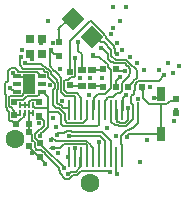
<source format=gbl>
%FSTAX23Y23*%
%MOIN*%
%SFA1B1*%

%IPPOS*%
%AMD55*
4,1,4,-0.038900,0.000000,0.000000,-0.038900,0.038900,0.000000,0.000000,0.038900,-0.038900,0.000000,0.0*
%
%ADD20R,0.021650X0.021650*%
%ADD25R,0.021650X0.021650*%
%ADD43C,0.005000*%
%ADD44C,0.008000*%
%ADD45C,0.004000*%
%ADD46C,0.006000*%
%ADD47C,0.017720*%
%ADD48C,0.062990*%
%ADD50R,0.025590X0.013780*%
%ADD51R,0.043310X0.066930*%
%ADD52R,0.027560X0.029530*%
%ADD53R,0.005910X0.019680*%
%ADD54R,0.009840X0.070870*%
G04~CAMADD=55~10~0.0~551.2~0.0~0.0~0.0~0.0~0~0.0~0.0~0.0~0.0~0~0.0~0.0~0.0~0.0~0~0.0~0.0~0.0~135.0~551.2~0.0*
%ADD55D55*%
%ADD56R,0.029530X0.047240*%
%ADD57R,0.025590X0.023620*%
%LNlogger_layout_v2_5mil-1*%
%LPD*%
G54D20*
X00332Y0038D03*
X00378D03*
Y0032D03*
X00332D03*
X00417D03*
X00463D03*
X00088Y00195D03*
X00042D03*
G54D25*
X00222Y00325D03*
Y00371D03*
X00575Y00278D03*
Y00232D03*
X00185Y00422D03*
Y00468D03*
X0012Y0027D03*
Y00224D03*
X00038Y00271D03*
Y00225D03*
X00123Y00132D03*
Y00086D03*
X00086Y00122D03*
Y00168D03*
G54D43*
X00017Y00373D02*
X00027Y00383D01*
X00055Y00392D02*
Y00407D01*
Y00392D02*
X00065Y00381D01*
X0012*
X0005Y00372D02*
X00051Y00371D01*
X0005Y00372D02*
Y00374D01*
X00041Y00383D02*
X0005Y00374D01*
X00027Y00383D02*
X00041D01*
X00034Y00364D02*
Y00367D01*
X00033Y00363D02*
X00034Y00364D01*
X0016Y00364D02*
X00181Y00343D01*
X0016Y00364D02*
Y00369D01*
X0015Y00379D02*
X0016Y00369D01*
X00145Y00369D02*
X0015Y00365D01*
Y00353D02*
Y00365D01*
Y00353D02*
X00172Y00331D01*
X00181Y00336D02*
Y00343D01*
X00145Y00379D02*
X0015D01*
X00208Y00343D02*
X00218D01*
X00203Y00339D02*
X00208Y00343D01*
X00203Y00311D02*
Y00339D01*
Y00311D02*
X00213Y00301D01*
X00112Y00371D02*
X00119Y00364D01*
X00051Y00371D02*
X00112D01*
X00124Y00378D02*
X00132D01*
X0012Y00381D02*
X00124Y00378D01*
X00072Y00398D02*
X00073Y00396D01*
X00055Y00407D02*
X00057Y0041D01*
Y00417*
X0006Y0042*
X00017Y00372D02*
Y00373D01*
X00015Y0037D02*
X00017Y00372D01*
X00033Y00363D02*
X00041Y00355D01*
X00015Y0034D02*
Y0037D01*
X00128Y00396D02*
X00145Y00379D01*
X00102Y00396D02*
X00128D01*
X00101Y00395D02*
X00102Y00396D01*
X00088Y00395D02*
X00101D01*
X00132Y00378D02*
X0014Y00369D01*
X00119Y00359D02*
Y00364D01*
X0014Y00369D02*
X00145D01*
X00222Y00371D02*
Y00472D01*
X00069Y00354D02*
X00088Y00335D01*
X00048Y00354D02*
X00069D01*
X00444Y00333D02*
X0045Y0034D01*
X0052D02*
X00538Y00358D01*
X0045Y0034D02*
X0052D01*
X00424Y00365D02*
Y00379D01*
X0042Y00361D02*
X00424Y00365D01*
X00377Y00432D02*
X0038Y0043D01*
X00106Y00149D02*
X00123Y00132D01*
X00106Y00149D02*
Y00163D01*
X00024Y00315D02*
X00027D01*
X00023Y0029D02*
X00053D01*
X0002Y00287D02*
X00023Y0029D01*
X00031Y00311D02*
X00034D01*
X00027Y00315D02*
X00031Y00311D01*
X00034D02*
X00041Y00304D01*
X00189Y00032D02*
Y00039D01*
X00218Y0003D02*
X00226Y00037D01*
X00189Y00032D02*
X00208Y00013D01*
X00231Y00023D02*
X00233Y00025D01*
X00231Y00023D02*
Y00023D01*
X00221Y00013D02*
X00231Y00023D01*
X00208Y00013D02*
X00221D01*
X00215Y0003D02*
X00218D01*
X00067Y00277D02*
X00079Y00289D01*
X00124Y00304D02*
X0013D01*
X00119Y003D02*
X00124Y00304D01*
X00119Y00294D02*
Y003D01*
X00079Y00289D02*
X00113D01*
X00119Y00294*
X00093Y00277D02*
X00106D01*
X00086Y0027D02*
X00089Y00272D01*
X00111Y00276D02*
X0012Y00268D01*
X00085Y0027D02*
X00086D01*
X00107Y00276D02*
X00111D01*
X00106Y00277D02*
X00107Y00276D01*
X00089Y00272D02*
Y00272D01*
X00093Y00277*
X00222Y00472D02*
X0029Y0054D01*
X00007Y00297D02*
Y00332D01*
Y00297D02*
X0001Y00294D01*
X00007Y00332D02*
X00015Y0034D01*
X00366Y00286D02*
X00381Y00301D01*
X00391*
X00351Y00286D02*
X00366D01*
X00296Y00418D02*
X00321D01*
X00342Y00398*
X00345*
X0035Y00386D02*
Y00393D01*
X00359Y00366D02*
Y00377D01*
Y00366D02*
D01*
X00345Y00398D02*
X0035Y00393D01*
X00359Y00315D02*
Y00366D01*
X00339Y00295D02*
X00359Y00315D01*
X0035Y00386D02*
X00359Y00377D01*
X00414Y00389D02*
X00415D01*
X0042Y00355D02*
Y00361D01*
X00405Y00398D02*
X00414Y00389D01*
X00415D02*
X00424Y00379D01*
X00444Y00331D02*
Y00333D01*
X0044Y00326D02*
X00444Y00331D01*
X0044Y0031D02*
Y00326D01*
X004Y00335D02*
Y00335D01*
X00403Y00338*
X00403*
X0042Y00355*
X0018Y00159D02*
X0018Y00158D01*
X00175Y00139D02*
X00226D01*
X00164Y0015D02*
X00175Y00139D01*
X0022Y00155D02*
X00324D01*
X00185Y00043D02*
Y00054D01*
X00183D02*
X00185D01*
X00141Y00096D02*
X00183Y00054D01*
X00202Y0005D02*
Y00053D01*
X00185Y00043D02*
X00189Y00039D01*
X00204Y00129D02*
X0023D01*
X00191Y00116D02*
X00204Y00129D01*
X00167Y00116D02*
X00191D01*
X00141Y00114D02*
X00202Y00053D01*
X00226Y00139D02*
X00228Y0014D01*
X00349Y00412D02*
Y0043D01*
X00329Y0045D02*
X00349Y0043D01*
X0036Y00402D02*
X00366D01*
X0037Y00398*
X00405*
X00349Y00412D02*
X0036Y00402D01*
X00341Y00276D02*
X00343D01*
X00391Y00301D02*
X00396Y00306D01*
Y00331*
X004Y00335*
X00339Y00243D02*
Y00274D01*
X00341Y00276*
X00343D02*
X00346Y00279D01*
Y00282*
X00351Y00286*
X00373Y00433D02*
X00373Y00432D01*
X00373Y00433D02*
Y00448D01*
X00373Y00432D02*
X00377D01*
X00428Y00289D02*
X00435Y00296D01*
X00428Y00265D02*
Y00289D01*
Y00265D02*
X00432Y0026D01*
X0024Y00385D02*
Y00415D01*
X0037Y00451D02*
X00373Y00448D01*
X0037Y00451D02*
Y00455D01*
X00342Y00482D02*
X0037Y00455D01*
X00342Y00482D02*
Y00489D01*
X00435Y00296D02*
Y00305D01*
X0044Y0031*
X00315Y00295D02*
X00339D01*
X00114Y00214D02*
X00127D01*
X00113Y00215D02*
X00114Y00214D01*
X00123Y00131D02*
X00124D01*
X00123D02*
Y00132D01*
X00326Y0045D02*
X00329D01*
X00231Y0017D02*
X0033D01*
X00226Y00174D02*
X00231Y0017D01*
X00213Y00174D02*
X00226D01*
X00203Y00165D02*
X00213Y00174D01*
X0018Y00165D02*
X00203D01*
X00213Y002D02*
X00268D01*
X00205Y00209D02*
X00213Y002D01*
X00232Y00131D02*
X00275D01*
X0023Y00129D02*
X00232Y00131D01*
X00278Y0014D02*
X00292Y00127D01*
X00228Y0014D02*
X00278D01*
X00163Y00117D02*
X00167D01*
X00279Y00087D02*
Y00126D01*
X00275Y00131D02*
X00279Y00126D01*
X00158Y00116D02*
X00163D01*
X00141Y00114D02*
X00141D01*
X00133Y00104D02*
X00137D01*
X00124Y00131D02*
X00141Y00114D01*
X00126Y00111D02*
X00133Y00104D01*
X00137D02*
X00141Y001D01*
Y00096D02*
Y001D01*
X00111Y00111D02*
Y00112D01*
X00105Y00118D02*
X00111Y00112D01*
X00105Y00118D02*
Y00135D01*
X00095Y00144D02*
Y00158D01*
Y00144D02*
X00098Y0014D01*
X00099D02*
X00105Y00135D01*
X00098Y0014D02*
X00099D01*
X001Y00253D02*
X001Y00252D01*
X00103*
X00106Y00249*
X00133*
X00134Y0025*
X0015*
X00182Y00313D02*
Y00335D01*
X00181Y00336D02*
X00182Y00335D01*
X0018Y00311D02*
X00182Y00313D01*
X0018Y00267D02*
X00189Y00258D01*
X0018Y00267D02*
Y00311D01*
X00165Y00309D02*
X00172Y00317D01*
Y00331*
X003Y00086D02*
Y00116D01*
X00297Y00119D02*
X003Y00116D01*
X00295Y00119D02*
X00297D01*
X00292Y00122D02*
X00295Y00119D01*
X00292Y00122D02*
Y00124D01*
X00292Y00125D02*
X00292Y00124D01*
X00292Y00125D02*
Y00127D01*
X00359Y00086D02*
Y00141D01*
X0033Y0017D02*
X00359Y00141D01*
X00339Y00086D02*
Y00139D01*
X00324Y00155D02*
X00339Y00139D01*
X00113Y00215D02*
X0012Y00222D01*
X00128Y00181D02*
X00138Y00191D01*
X00127Y00214D02*
X00128Y00213D01*
X00129*
X00113Y00215D02*
D01*
X00124Y00181D02*
X00128D01*
X00138Y00191D02*
Y00205D01*
X00129Y00213D02*
X00138Y00205D01*
X00106Y00163D02*
X00124Y00181D01*
X00045Y00277D02*
X00067D01*
X00038Y00271D02*
X00045Y00277D01*
X00072Y0026D02*
X00086D01*
X00058D02*
X00072D01*
X00053Y0029D02*
X00063D01*
X00053Y0029D02*
X00053Y0029D01*
X00063D02*
X00067Y00294D01*
Y00297*
X00088Y00318D02*
Y00335D01*
X00067Y00297D02*
X00088Y00318D01*
X00027Y00252D02*
X00038Y00241D01*
X0001Y00253D02*
X00012Y00251D01*
Y00243D02*
Y00251D01*
X00024Y00252D02*
X00027D01*
X0002Y00257D02*
Y00287D01*
Y00257D02*
X00024Y00252D01*
X0001Y00253D02*
Y00294D01*
X00012Y00243D02*
X0002Y00235D01*
X0003Y00206D02*
X00042Y00195D01*
X00024Y00206D02*
X0003D01*
X0002Y00211D02*
X00024Y00206D01*
X0002Y00211D02*
Y00235D01*
X00071Y00231D02*
X00072Y00232D01*
X00071Y00224D02*
Y00231D01*
X00069Y00222D02*
X00071Y00224D01*
X00069Y00219D02*
Y00222D01*
X00064Y00215D02*
X00069Y00219D01*
X00062Y00215D02*
X00064D01*
X00042Y00195D02*
X00062Y00215D01*
X00041Y00304D02*
X00047D01*
X00233Y00025D02*
X00235D01*
X00247Y00027D02*
X0026Y0004D01*
X00237Y00027D02*
X00247D01*
X00235Y00025D02*
X00237Y00027D01*
X00258Y00083D02*
X0026Y00086D01*
X00258Y00052D02*
Y00083D01*
X00243Y00037D02*
X00258Y00052D01*
X00226Y00037D02*
X00243D01*
X0016Y00115D02*
X00163Y00117D01*
X00158Y00116D02*
X0016Y00115D01*
X0016Y0015D02*
X00164D01*
X00205Y00209D02*
Y00231D01*
X00085Y00168D02*
X00095Y00158D01*
X00111Y00111D02*
X00126D01*
X0024Y00244D02*
X00241Y00243D01*
X00215Y0029D02*
X00235D01*
X0024Y00285*
Y00244D02*
Y00285D01*
X00276Y0021D02*
X00278D01*
X00268Y002D02*
X00273Y00205D01*
X0028Y00213D02*
Y00243D01*
X00278Y0021D02*
X0028Y00213D01*
X00273Y00205D02*
Y00207D01*
X00276Y0021*
X00165Y0026D02*
X00176Y00248D01*
X00188*
X00205Y00231*
X00201Y00248D02*
X00221D01*
X00189Y00258D02*
X00192D01*
X00201Y00248*
X00213Y00301D02*
X00231D01*
X00233Y003*
X00245*
X0024Y00385D02*
X0024Y00385D01*
Y00357D02*
Y00385D01*
X00235Y00353D02*
X0024Y00357D01*
X00228Y00353D02*
X00235D01*
X00218Y00343D02*
X00228Y00353D01*
X00165Y0026D02*
Y00309D01*
X00073Y00396D02*
X00087D01*
X00041Y00355D02*
X00047D01*
X00087Y00396D02*
X00088Y00395D01*
X00124Y00355D02*
X0013D01*
X00119Y00359D02*
X00124Y00355D01*
X00038Y00225D02*
Y00241D01*
X00337Y00493D02*
X00342Y00489D01*
X00337Y00493D02*
Y00497D01*
X00294Y0054D02*
X00337Y00497D01*
X00433Y00242D02*
Y00255D01*
X00432Y00241D02*
X00433Y00242D01*
X00432Y00256D02*
Y0026D01*
Y00256D02*
X00433Y00255D01*
X00416Y00247D02*
X00417Y00248D01*
X0041Y0019D02*
X00432Y00212D01*
Y00241*
X00417Y00248D02*
Y00248D01*
X00412Y00175D02*
X0042D01*
X00394Y00157D02*
X00412Y00175D01*
X0042D02*
X00429Y00184D01*
X00434*
X00373Y00192D02*
X00385D01*
X00381Y00204D02*
X00383Y00202D01*
X0039Y002D02*
X00406D01*
X00383Y00202D02*
X00389D01*
X0039Y002*
X00434Y00184D02*
X0045Y002D01*
X00381Y00204D02*
Y00246D01*
X00385Y00192D02*
X00386Y0019D01*
X00406Y002D02*
X00416Y0021D01*
X00386Y0019D02*
X0041D01*
X0045Y002D02*
Y0027D01*
X00416Y0021D02*
Y00247D01*
X00303Y00283D02*
X00315Y00295D01*
X0029Y0054D02*
X00294D01*
X00394Y00129D02*
Y00157D01*
Y00129D02*
X00398Y00125D01*
X0018Y00159D02*
Y00165D01*
X00303Y00246D02*
Y00283D01*
X00245Y003D02*
X0026Y00284D01*
Y00243D02*
Y00284D01*
X00085Y00192D02*
X00088Y00195D01*
X00085Y00168D02*
Y00192D01*
X00058Y00228D02*
Y00232D01*
X00057Y00227D02*
X00058Y00228D01*
X0004Y00227D02*
X00057D01*
X00038Y00225D02*
X0004Y00227D01*
X00398Y00091D02*
Y00125D01*
X0026Y0004D02*
X00349D01*
X00279Y00087D02*
X0028Y00086D01*
X00349Y0004D02*
X00355Y00035D01*
X00088Y00195D02*
Y00223D01*
X00086Y00225D02*
X00088Y00223D01*
X00086Y00225D02*
Y00232D01*
X001*
X00047Y00355D02*
X00048Y00354D01*
X0036Y00204D02*
X00373Y00192D01*
X00359Y00243D02*
X0036Y00242D01*
Y00204D02*
Y00242D01*
X003Y00243D02*
X00303Y00246D01*
G54D44*
X00182Y00362D02*
X00193Y00351D01*
X00182Y00362D02*
X00182D01*
X00172Y00372D02*
X00182Y00362D01*
X00172Y00372D02*
Y00372D01*
X00171Y00373D02*
X00172Y00372D01*
X00171Y00373D02*
Y00374D01*
X00155Y00391D02*
X00171Y00374D01*
X00155Y00391D02*
Y00443D01*
X0023Y00322D02*
X00262D01*
X00223Y0033D02*
X0023Y00322D01*
X00095Y00412D02*
Y00418D01*
X00158Y00439D02*
X00169Y00428D01*
X00158Y00439D02*
Y0044D01*
X00156Y00443D02*
X00158Y0044D01*
X00155Y00443D02*
X00156D01*
X00125Y00465D02*
Y00469D01*
X0015Y00187D02*
Y0024D01*
X00133Y0017D02*
X0015Y00187D01*
X00185Y00468D02*
Y00512D01*
X00184Y00512D02*
X00185Y00512D01*
X00445Y0035D02*
Y00375D01*
X00433Y00338D02*
X00445Y0035D01*
X00419Y004D02*
X00445Y00375D01*
X00375Y0041D02*
X0041D01*
X00419Y004*
X00217Y00086D02*
X00221D01*
X00184Y00512D02*
X00215Y00542D01*
X00419Y004D02*
X00419D01*
X00417Y0032D02*
X00433Y00336D01*
Y00338*
X00141Y00064D02*
Y00065D01*
X00361Y00423D02*
X00375Y0041D01*
X00361Y00423D02*
Y00436D01*
X00361Y00436*
Y00443*
X00337Y00468D02*
X00361Y00443D01*
X00409Y00292D02*
X0041D01*
X00398Y00243D02*
X00399Y00244D01*
Y00282*
X00409Y00292*
X00467Y00282D02*
Y00305D01*
X00463Y0031D02*
X00467Y00305D01*
Y00282D02*
X00486Y00263D01*
X00123Y0047D02*
X00125Y00469D01*
X00178Y00428D02*
X00185Y00422D01*
X00169Y00428D02*
X00178D01*
X00308Y00486D02*
X00326Y00468D01*
X00295Y00486D02*
X00308D01*
X00326Y00468D02*
X00337D01*
X00201Y00188D02*
X00313D01*
X00193Y00196D02*
X00201Y00188D01*
X00317Y00135D02*
X00319D01*
X0015Y0025D02*
Y00286D01*
Y0024D02*
Y0025D01*
X00122Y00156D02*
Y00159D01*
X00127Y00165D02*
X00131Y0017D01*
X00133*
X00122Y00159D02*
X00127Y00163D01*
Y00165*
X0012Y002D02*
X00121Y00198D01*
X00193Y00196D02*
Y00226D01*
X00115Y00092D02*
X00116Y00092D01*
X00092Y00113D02*
Y00114D01*
X00113Y00092D02*
X00115D01*
X00085Y00122D02*
X00092Y00114D01*
Y00113D02*
X00113Y00092D01*
X00116Y0009D02*
Y00092D01*
X00313Y00188D02*
X00319Y00194D01*
X00183Y00236D02*
X00193Y00226D01*
X00169Y00236D02*
X00183D01*
X0009Y00423D02*
X00095Y00418D01*
X00545Y00265D02*
X0055D01*
X00569Y00272D02*
X00575Y00278D01*
X00557Y00272D02*
X00569D01*
X0055Y00265D02*
X00557Y00272D01*
X00413Y00154D02*
X00421Y00163D01*
X00413Y00152D02*
Y00154D01*
X00215Y00542D02*
X00239D01*
X00525Y00261D02*
X00527Y00263D01*
X00525Y00173D02*
Y00261D01*
Y00173D02*
X00527Y00171D01*
X00543Y00263D02*
X00545Y00265D01*
X00527Y00263D02*
X00543D01*
X00527Y00165D02*
Y00171D01*
X00421Y00163D02*
X00525D01*
X00527Y00165*
X0015Y0024D02*
X00154Y00235D01*
X00168*
X00169Y00236*
X00319Y00135D02*
X00319Y00134D01*
Y00086D02*
Y00134D01*
X0012Y00087D02*
X00141Y00065D01*
X00132Y00304D02*
X0015Y00286D01*
X0013Y00304D02*
X00132D01*
X00319Y00194D02*
Y00243D01*
X00575Y00232D02*
X00575Y00232D01*
X00297Y00322D02*
X00332D01*
X00123Y0047D02*
X00129Y00476D01*
X00486Y00263D02*
X00527D01*
G54D45*
X0038Y0003D02*
Y00037D01*
X0024Y00115D02*
Y00119D01*
X0024Y00118D02*
X00241D01*
Y00091D02*
Y00118D01*
X00378Y00038D02*
X0038Y00037D01*
X00329Y00377D02*
X00332Y00375D01*
X0024Y00119D02*
X0024Y00118D01*
G54D46*
X00192Y00308D02*
Y0034D01*
X00192Y0034D02*
X00192Y0034D01*
X00192Y0034D02*
Y00345D01*
X00193Y00345*
Y00351*
X0038Y00372D02*
X00408D01*
X00251Y00441D02*
Y0047D01*
Y00441D02*
X00263Y00428D01*
X00378Y00375D02*
X0038Y00372D01*
X00378Y0034D02*
X0039Y00352D01*
X00378Y0032D02*
Y0034D01*
X00263Y004D02*
Y00428D01*
X00262Y00398D02*
X00263Y004D01*
X00262Y00377D02*
Y00398D01*
X00192Y00308D02*
X00192Y00308D01*
X00192Y00302D02*
Y00308D01*
Y00302D02*
X00205Y0029D01*
X00215*
X00504Y00284D02*
X00513D01*
X00525Y00296*
Y00296*
X00378Y00038D02*
Y00086D01*
X00297Y00377D02*
X00329D01*
G54D47*
X00034Y00367D03*
X0019Y0038D03*
X00255Y0035D03*
X00072Y00398D03*
X0006Y0042D03*
X00062Y00442D03*
X00095Y00412D03*
X00125Y00465D03*
X0016Y00443D03*
X00168Y00215D03*
X00151Y00538D03*
X00167Y00466D03*
X0052Y00375D03*
X00538Y00358D03*
X0047Y00375D03*
X00408Y00372D03*
X0038Y0043D03*
X00024Y00315D03*
X00215Y0003D03*
X00217Y00086D03*
X00183Y001D03*
X0038Y0003D03*
X00299Y00425D03*
X00251Y0047D03*
X00445Y004D03*
X0039Y00353D03*
X00181Y00158D03*
X0022Y00155D03*
X00141Y00064D03*
X00202Y0005D03*
X0024Y00115D03*
X00424Y0042D03*
X00398Y00443D03*
X0038Y00467D03*
X0041Y00292D03*
X0024Y00415D03*
X00491Y00319D03*
X0045Y0028D03*
X00326Y0045D03*
X00319Y00135D03*
X00167Y00117D03*
X00121Y00198D03*
X00156Y00325D03*
X00161Y00142D03*
X00095Y00101D03*
X0036Y00495D03*
X00575Y00243D03*
X00417Y00248D03*
X00378Y00155D03*
X00413Y00152D03*
X0057Y00205D03*
X00481Y00144D03*
X00175Y00185D03*
X00291Y00349D03*
X0033Y0035D03*
X00286Y00294D03*
X00196Y00274D03*
X00346Y00184D03*
X0039Y00541D03*
X0041Y00586D03*
X00365D03*
Y00516D03*
X00585Y00391D03*
X00565Y00365D03*
X0055Y004D03*
X00504Y00284D03*
X00122Y00156D03*
X00456Y00071D03*
X00355Y00035D03*
G54D48*
X0029Y0D03*
X0004Y00145D03*
G54D50*
X00047Y00304D03*
Y0033D03*
Y00355D03*
X0013D03*
Y0033D03*
Y00304D03*
G54D51*
X00088Y0033D03*
G54D52*
X00129Y00481D03*
Y00428D03*
X0009D03*
Y00481D03*
G54D53*
X001Y00232D03*
X00086D03*
X00072D03*
X00058D03*
Y0026D03*
X00072D03*
X00086D03*
X001D03*
G54D54*
X00221Y00243D03*
Y00086D03*
X00241Y00243D03*
Y00086D03*
X0026Y00243D03*
Y00086D03*
X0028Y00243D03*
Y00086D03*
X003Y00243D03*
Y00086D03*
X00319Y00243D03*
Y00086D03*
X00339Y00243D03*
Y00086D03*
X00359Y00243D03*
Y00086D03*
X00378Y00243D03*
Y00086D03*
X00398Y00243D03*
Y00086D03*
G54D55*
X00295Y00486D03*
X00234Y00547D03*
G54D56*
X00525Y00296D03*
Y00163D03*
G54D57*
X00262Y00322D03*
X00297D03*
Y00377D03*
X00262D03*
M02*
</source>
